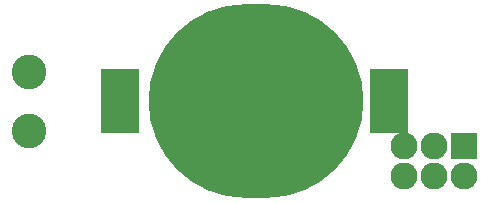
<source format=gbr>
G04 #@! TF.GenerationSoftware,KiCad,Pcbnew,5.0.0-rc2-dev-unknown-0ded476~63~ubuntu16.04.1*
G04 #@! TF.CreationDate,2018-03-27T22:27:57+03:00*
G04 #@! TF.ProjectId,chirp-v2.4,63686972702D76322E342E6B69636164,rev?*
G04 #@! TF.SameCoordinates,Original*
G04 #@! TF.FileFunction,Soldermask,Bot*
G04 #@! TF.FilePolarity,Negative*
%FSLAX46Y46*%
G04 Gerber Fmt 4.6, Leading zero omitted, Abs format (unit mm)*
G04 Created by KiCad (PCBNEW 5.0.0-rc2-dev-unknown-0ded476~63~ubuntu16.04.1) date Tue Mar 27 22:27:57 2018*
%MOMM*%
%LPD*%
G01*
G04 APERTURE LIST*
%ADD10R,3.190000X5.480000*%
%ADD11O,18.200000X16.400000*%
%ADD12R,2.279600X2.279600*%
%ADD13C,2.279600*%
%ADD14C,2.940000*%
G04 APERTURE END LIST*
D10*
X95281100Y-105001100D03*
D11*
X106791100Y-105001100D03*
D10*
X118041100Y-105001100D03*
D12*
X124371100Y-108811100D03*
D13*
X124371100Y-111351100D03*
X121831100Y-108811100D03*
X121831100Y-111351100D03*
X119291100Y-108811100D03*
X119291100Y-111351100D03*
D14*
X87541100Y-102501100D03*
X87541100Y-107501100D03*
M02*

</source>
